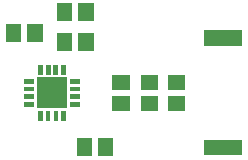
<source format=gbr>
G04 start of page 10 for group -4015 idx -4015 *
G04 Title: (unknown), toppaste *
G04 Creator: pcb 20110918 *
G04 CreationDate: Sun 25 Aug 2013 09:43:08 PM GMT UTC *
G04 For: ndholmes *
G04 Format: Gerber/RS-274X *
G04 PCB-Dimensions: 180000 82000 *
G04 PCB-Coordinate-Origin: lower left *
%MOIN*%
%FSLAX25Y25*%
%LNTOPPASTE*%
%ADD62R,0.0510X0.0510*%
%ADD61C,0.0001*%
%ADD60R,0.0146X0.0146*%
%ADD59R,0.0160X0.0160*%
%ADD58R,0.0512X0.0512*%
G54D58*X123543Y59393D02*Y58607D01*
X116457Y59393D02*Y58607D01*
G54D59*X119150Y28324D02*X120850D01*
X119150Y30883D02*X120850D01*
X119150Y33441D02*X120850D01*
X119150Y36000D02*X120850D01*
X116088Y40762D02*Y39062D01*
X113529Y40762D02*Y39062D01*
X110971Y40762D02*Y39062D01*
X108412Y40762D02*Y39062D01*
X103650Y36000D02*X105350D01*
X103650Y33441D02*X105350D01*
X103650Y30883D02*X105350D01*
X103650Y28324D02*X105350D01*
G54D60*X108412Y25262D02*Y23562D01*
X110971Y25262D02*Y23562D01*
X113529Y25262D02*Y23562D01*
X116088Y25262D02*Y23562D01*
G54D61*G36*
X107100Y37312D02*Y27012D01*
X117400D01*
Y37312D01*
X107100D01*
G37*
G54D58*X134857Y35705D02*X135643D01*
X134857Y28619D02*X135643D01*
X144357Y35705D02*X145143D01*
X144357Y28619D02*X145143D01*
X153357Y35705D02*X154143D01*
X153357Y28619D02*X154143D01*
X123543Y49393D02*Y48607D01*
X116457Y49393D02*Y48607D01*
X106543Y52393D02*Y51607D01*
X99457Y52393D02*Y51607D01*
X130086Y14393D02*Y13607D01*
X123000Y14393D02*Y13607D01*
G54D62*X165500Y50462D02*X173000D01*
X165500Y13862D02*X173000D01*
M02*

</source>
